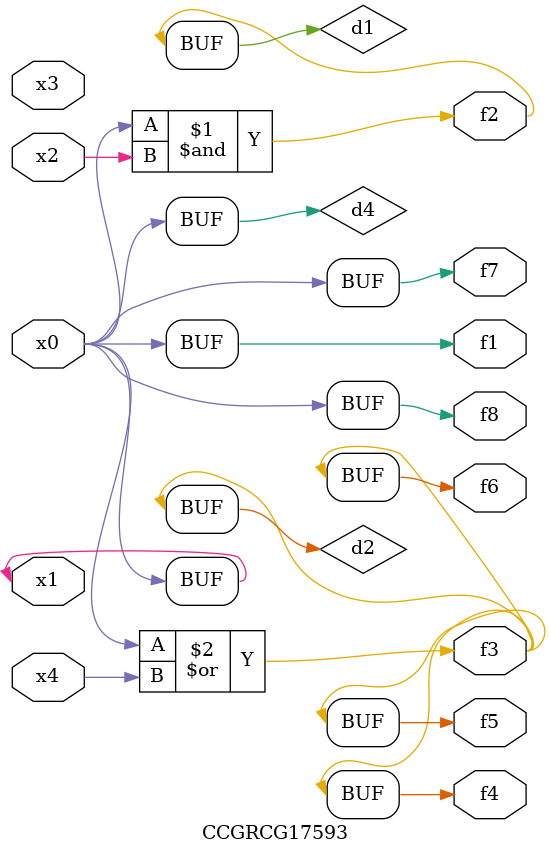
<source format=v>
module CCGRCG17593(
	input x0, x1, x2, x3, x4,
	output f1, f2, f3, f4, f5, f6, f7, f8
);

	wire d1, d2, d3, d4;

	and (d1, x0, x2);
	or (d2, x0, x4);
	nand (d3, x0, x2);
	buf (d4, x0, x1);
	assign f1 = d4;
	assign f2 = d1;
	assign f3 = d2;
	assign f4 = d2;
	assign f5 = d2;
	assign f6 = d2;
	assign f7 = d4;
	assign f8 = d4;
endmodule

</source>
